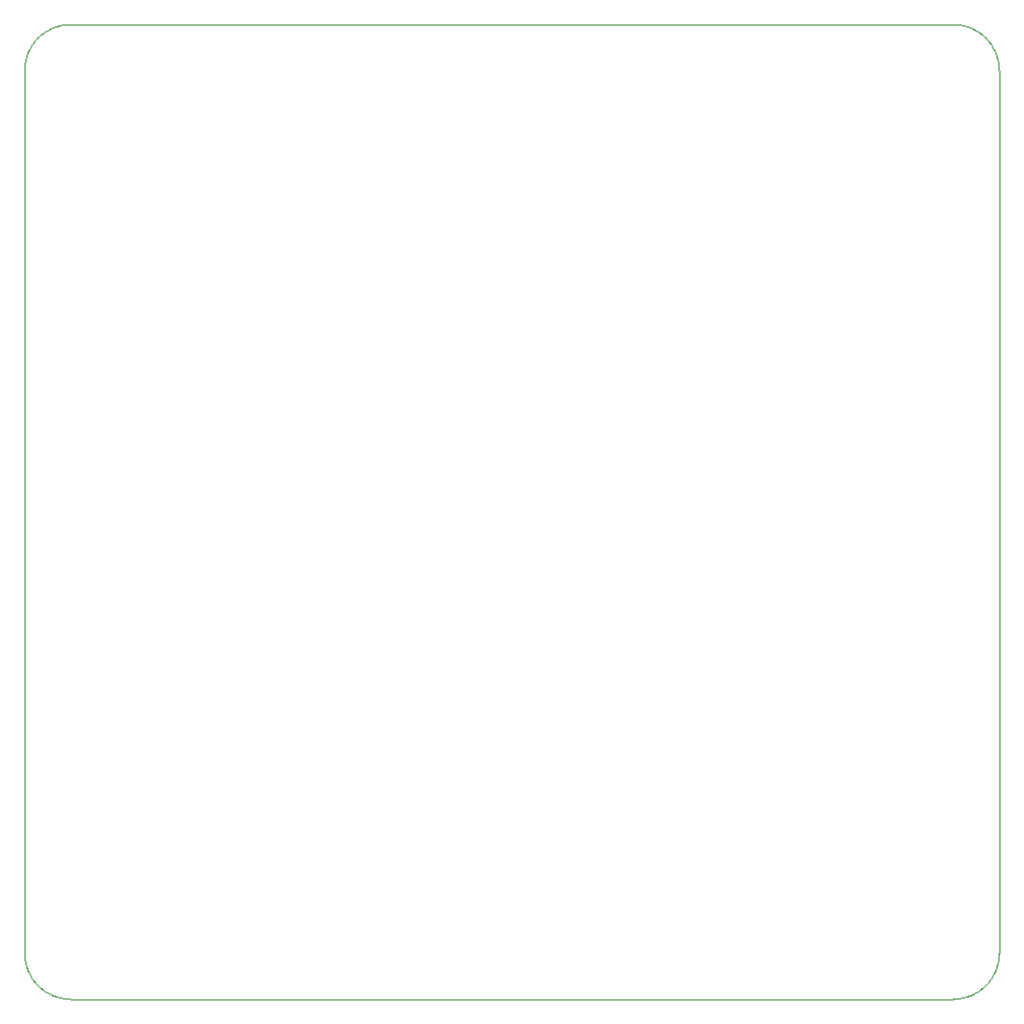
<source format=gm1>
G04 #@! TF.GenerationSoftware,KiCad,Pcbnew,(5.1.6)-1*
G04 #@! TF.CreationDate,2020-08-20T21:51:45+02:00*
G04 #@! TF.ProjectId,europa,6575726f-7061-42e6-9b69-6361645f7063,rev?*
G04 #@! TF.SameCoordinates,Original*
G04 #@! TF.FileFunction,Profile,NP*
%FSLAX46Y46*%
G04 Gerber Fmt 4.6, Leading zero omitted, Abs format (unit mm)*
G04 Created by KiCad (PCBNEW (5.1.6)-1) date 2020-08-20 21:51:45*
%MOMM*%
%LPD*%
G01*
G04 APERTURE LIST*
G04 #@! TA.AperFunction,Profile*
%ADD10C,0.050000*%
G04 #@! TD*
G04 APERTURE END LIST*
D10*
X67468750Y-131762500D02*
X67468750Y-55562500D01*
X147637500Y-135731250D02*
X71437500Y-135731250D01*
X151606250Y-55562500D02*
X151606250Y-131762500D01*
X71437500Y-51593750D02*
X147637500Y-51593750D01*
X67468750Y-55562500D02*
G75*
G02*
X71437500Y-51593750I3968750J0D01*
G01*
X71437500Y-135731250D02*
G75*
G02*
X67468750Y-131762500I0J3968750D01*
G01*
X151606250Y-131762500D02*
G75*
G02*
X147637500Y-135731250I-3968750J0D01*
G01*
X147637500Y-51593750D02*
G75*
G02*
X151606250Y-55562500I0J-3968750D01*
G01*
M02*

</source>
